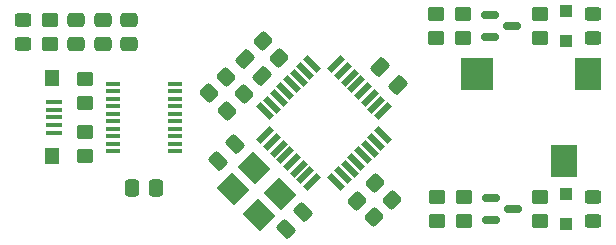
<source format=gbr>
%TF.GenerationSoftware,KiCad,Pcbnew,(6.0.7)*%
%TF.CreationDate,2023-05-28T23:18:47-04:00*%
%TF.ProjectId,microkfd,6d696372-6f6b-4666-942e-6b696361645f,E*%
%TF.SameCoordinates,Original*%
%TF.FileFunction,Paste,Top*%
%TF.FilePolarity,Positive*%
%FSLAX46Y46*%
G04 Gerber Fmt 4.6, Leading zero omitted, Abs format (unit mm)*
G04 Created by KiCad (PCBNEW (6.0.7)) date 2023-05-28 23:18:47*
%MOMM*%
%LPD*%
G01*
G04 APERTURE LIST*
G04 Aperture macros list*
%AMRoundRect*
0 Rectangle with rounded corners*
0 $1 Rounding radius*
0 $2 $3 $4 $5 $6 $7 $8 $9 X,Y pos of 4 corners*
0 Add a 4 corners polygon primitive as box body*
4,1,4,$2,$3,$4,$5,$6,$7,$8,$9,$2,$3,0*
0 Add four circle primitives for the rounded corners*
1,1,$1+$1,$2,$3*
1,1,$1+$1,$4,$5*
1,1,$1+$1,$6,$7*
1,1,$1+$1,$8,$9*
0 Add four rect primitives between the rounded corners*
20,1,$1+$1,$2,$3,$4,$5,0*
20,1,$1+$1,$4,$5,$6,$7,0*
20,1,$1+$1,$6,$7,$8,$9,0*
20,1,$1+$1,$8,$9,$2,$3,0*%
%AMRotRect*
0 Rectangle, with rotation*
0 The origin of the aperture is its center*
0 $1 length*
0 $2 width*
0 $3 Rotation angle, in degrees counterclockwise*
0 Add horizontal line*
21,1,$1,$2,0,0,$3*%
G04 Aperture macros list end*
%ADD10R,1.400000X0.400000*%
%ADD11R,1.200000X1.400000*%
%ADD12RoundRect,0.250000X-0.450000X0.350000X-0.450000X-0.350000X0.450000X-0.350000X0.450000X0.350000X0*%
%ADD13RoundRect,0.250000X0.450000X-0.350000X0.450000X0.350000X-0.450000X0.350000X-0.450000X-0.350000X0*%
%ADD14RoundRect,0.250000X0.565685X0.070711X0.070711X0.565685X-0.565685X-0.070711X-0.070711X-0.565685X0*%
%ADD15RoundRect,0.250000X0.070711X-0.565685X0.565685X-0.070711X-0.070711X0.565685X-0.565685X0.070711X0*%
%ADD16R,1.000000X1.000000*%
%ADD17RoundRect,0.250000X0.450000X-0.325000X0.450000X0.325000X-0.450000X0.325000X-0.450000X-0.325000X0*%
%ADD18RoundRect,0.250000X-0.450000X0.325000X-0.450000X-0.325000X0.450000X-0.325000X0.450000X0.325000X0*%
%ADD19RoundRect,0.250000X-0.097227X0.574524X-0.574524X0.097227X0.097227X-0.574524X0.574524X-0.097227X0*%
%ADD20RoundRect,0.250000X0.097227X-0.574524X0.574524X-0.097227X-0.097227X0.574524X-0.574524X0.097227X0*%
%ADD21RoundRect,0.250000X-0.475000X0.337500X-0.475000X-0.337500X0.475000X-0.337500X0.475000X0.337500X0*%
%ADD22RoundRect,0.250000X-0.574524X-0.097227X-0.097227X-0.574524X0.574524X0.097227X0.097227X0.574524X0*%
%ADD23RoundRect,0.250000X0.337500X0.475000X-0.337500X0.475000X-0.337500X-0.475000X0.337500X-0.475000X0*%
%ADD24RoundRect,0.250000X0.475000X-0.337500X0.475000X0.337500X-0.475000X0.337500X-0.475000X-0.337500X0*%
%ADD25RoundRect,0.150000X-0.587500X-0.150000X0.587500X-0.150000X0.587500X0.150000X-0.587500X0.150000X0*%
%ADD26R,1.200000X0.400000*%
%ADD27RotRect,2.100000X1.800000X135.000000*%
%ADD28R,2.200000X2.800000*%
%ADD29R,2.800000X2.800000*%
%ADD30RotRect,1.600000X0.550000X135.000000*%
%ADD31RotRect,1.600000X0.550000X45.000000*%
G04 APERTURE END LIST*
D10*
%TO.C,J1*%
X101110000Y-98700000D03*
X101110000Y-99350000D03*
X101110000Y-100000000D03*
X101110000Y-100650000D03*
X101110000Y-101300000D03*
D11*
X101000000Y-96700000D03*
X101000000Y-103300000D03*
%TD*%
D12*
%TO.C,R18*%
X142312500Y-106750000D03*
X142312500Y-108750000D03*
%TD*%
D13*
%TO.C,R17*%
X142250000Y-91250000D03*
X142250000Y-93250000D03*
%TD*%
%TO.C,R15*%
X135812500Y-108750000D03*
X135812500Y-106750000D03*
%TD*%
%TO.C,R14*%
X135750000Y-91250000D03*
X135750000Y-93250000D03*
%TD*%
D12*
%TO.C,R13*%
X133562500Y-106750000D03*
X133562500Y-108750000D03*
%TD*%
%TO.C,R12*%
X133500000Y-93250000D03*
X133500000Y-91250000D03*
%TD*%
D14*
%TO.C,R9*%
X129707107Y-106957107D03*
X128292893Y-105542893D03*
%TD*%
%TO.C,R8*%
X128207107Y-108457107D03*
X126792893Y-107042893D03*
%TD*%
D15*
%TO.C,R7*%
X115792893Y-99457107D03*
X117207107Y-98042893D03*
%TD*%
%TO.C,R6*%
X115707107Y-96542893D03*
X114292893Y-97957107D03*
%TD*%
D12*
%TO.C,R4*%
X100750000Y-93750000D03*
X100750000Y-91750000D03*
%TD*%
D14*
%TO.C,R3*%
X120207107Y-94957107D03*
X118792893Y-93542893D03*
%TD*%
D12*
%TO.C,R2*%
X103750000Y-101250000D03*
X103750000Y-103250000D03*
%TD*%
D13*
%TO.C,R1*%
X103750000Y-96750000D03*
X103750000Y-98750000D03*
%TD*%
D16*
%TO.C,D5*%
X144500000Y-106500000D03*
X144500000Y-109000000D03*
%TD*%
D17*
%TO.C,D3*%
X98500000Y-93775000D03*
X98500000Y-91725000D03*
%TD*%
%TO.C,D2*%
X146750000Y-91225000D03*
X146750000Y-93275000D03*
%TD*%
D18*
%TO.C,D1*%
X146750000Y-106725000D03*
X146750000Y-108775000D03*
%TD*%
D19*
%TO.C,C8*%
X115016377Y-103733623D03*
X116483623Y-102266377D03*
%TD*%
D20*
%TO.C,C7*%
X122233623Y-108016377D03*
X120766377Y-109483623D03*
%TD*%
D21*
%TO.C,C6*%
X105250000Y-91712500D03*
X105250000Y-93787500D03*
%TD*%
D22*
%TO.C,C5*%
X128766377Y-95766377D03*
X130233623Y-97233623D03*
%TD*%
%TO.C,C4*%
X117266377Y-95016377D03*
X118733623Y-96483623D03*
%TD*%
D23*
%TO.C,C3*%
X109787500Y-106000000D03*
X107712500Y-106000000D03*
%TD*%
D24*
%TO.C,C2*%
X103000000Y-93787500D03*
X103000000Y-91712500D03*
%TD*%
%TO.C,C1*%
X107500000Y-93787500D03*
X107500000Y-91712500D03*
%TD*%
D25*
%TO.C,Q2*%
X138125000Y-106800000D03*
X138125000Y-108700000D03*
X140000000Y-107750000D03*
%TD*%
D26*
%TO.C,U1*%
X111350000Y-102857500D03*
X111350000Y-102222500D03*
X111350000Y-101587500D03*
X111350000Y-100952500D03*
X111350000Y-100317500D03*
X111350000Y-99682500D03*
X111350000Y-99047500D03*
X111350000Y-98412500D03*
X111350000Y-97777500D03*
X111350000Y-97142500D03*
X106150000Y-97142500D03*
X106150000Y-97777500D03*
X106150000Y-98412500D03*
X106150000Y-99047500D03*
X106150000Y-99682500D03*
X106150000Y-100317500D03*
X106150000Y-100952500D03*
X106150000Y-101587500D03*
X106150000Y-102222500D03*
X106150000Y-102857500D03*
%TD*%
D27*
%TO.C,Y1*%
X118462132Y-108229899D03*
X116270101Y-106037868D03*
X118037868Y-104270101D03*
X120229899Y-106462132D03*
%TD*%
D28*
%TO.C,J4*%
X144350000Y-103700000D03*
X146350000Y-96300000D03*
D29*
X136950000Y-96300000D03*
%TD*%
D30*
%TO.C,U2*%
X119014897Y-99474695D03*
X119580583Y-98909010D03*
X120146268Y-98343324D03*
X120711953Y-97777639D03*
X121277639Y-97211953D03*
X121843324Y-96646268D03*
X122409010Y-96080583D03*
X122974695Y-95514897D03*
D31*
X125025305Y-95514897D03*
X125590990Y-96080583D03*
X126156676Y-96646268D03*
X126722361Y-97211953D03*
X127288047Y-97777639D03*
X127853732Y-98343324D03*
X128419417Y-98909010D03*
X128985103Y-99474695D03*
D30*
X128985103Y-101525305D03*
X128419417Y-102090990D03*
X127853732Y-102656676D03*
X127288047Y-103222361D03*
X126722361Y-103788047D03*
X126156676Y-104353732D03*
X125590990Y-104919417D03*
X125025305Y-105485103D03*
D31*
X122974695Y-105485103D03*
X122409010Y-104919417D03*
X121843324Y-104353732D03*
X121277639Y-103788047D03*
X120711953Y-103222361D03*
X120146268Y-102656676D03*
X119580583Y-102090990D03*
X119014897Y-101525305D03*
%TD*%
D16*
%TO.C,D4*%
X144500000Y-93500000D03*
X144500000Y-91000000D03*
%TD*%
D25*
%TO.C,Q1*%
X139937500Y-92250000D03*
X138062500Y-93200000D03*
X138062500Y-91300000D03*
%TD*%
M02*

</source>
